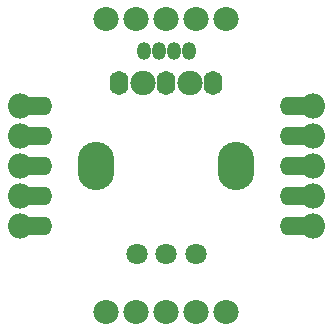
<source format=gts>
G04*
G04 #@! TF.GenerationSoftware,Altium Limited,Altium Designer,20.1.11 (218)*
G04*
G04 Layer_Color=8388736*
%FSLAX25Y25*%
%MOIN*%
G70*
G04*
G04 #@! TF.SameCoordinates,D123FD50-835F-4742-93E7-4C9011968B41*
G04*
G04*
G04 #@! TF.FilePolarity,Negative*
G04*
G01*
G75*
%ADD16O,0.12211X0.06306*%
%ADD17C,0.07093*%
%ADD18O,0.12211X0.16148*%
%ADD19O,0.06300X0.08077*%
%ADD20O,0.08500X0.08077*%
%ADD21O,0.04731X0.05912*%
%ADD22O,0.08400X0.07900*%
%ADD23O,0.07900X0.08400*%
%ADD24C,0.00400*%
D16*
X44094Y20000D02*
D03*
Y10000D02*
D03*
Y-0D02*
D03*
Y-10000D02*
D03*
Y-20000D02*
D03*
X-44094Y-20000D02*
D03*
Y-10000D02*
D03*
Y0D02*
D03*
Y10000D02*
D03*
Y20000D02*
D03*
D17*
X-9843Y-29528D02*
D03*
X0D02*
D03*
X9843D02*
D03*
D18*
X-23228Y0D02*
D03*
X23228D02*
D03*
D19*
X0Y27559D02*
D03*
X15748D02*
D03*
X-15748D02*
D03*
D20*
X7874D02*
D03*
X-7874D02*
D03*
D21*
X7500Y38189D02*
D03*
X-7500D02*
D03*
X-2500D02*
D03*
X2500D02*
D03*
D22*
X-10000Y-48800D02*
D03*
X10000D02*
D03*
X20000D02*
D03*
X-20000D02*
D03*
X0D02*
D03*
X-20000Y48800D02*
D03*
X-10000D02*
D03*
X0D02*
D03*
X10000D02*
D03*
X20000D02*
D03*
D23*
X-48800Y-20000D02*
D03*
Y-10000D02*
D03*
Y0D02*
D03*
Y10000D02*
D03*
Y20000D02*
D03*
X48800D02*
D03*
Y10000D02*
D03*
Y0D02*
D03*
Y-10000D02*
D03*
Y-20000D02*
D03*
D24*
X39370Y39370D02*
D03*
X-39370Y-39370D02*
D03*
M02*

</source>
